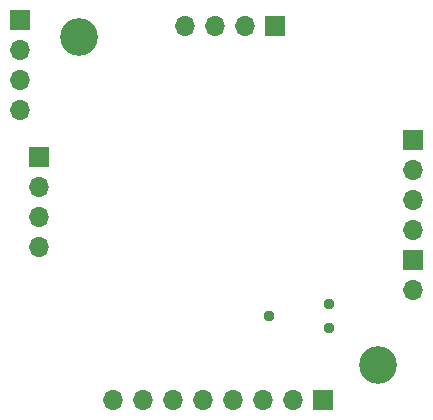
<source format=gbr>
%TF.GenerationSoftware,KiCad,Pcbnew,5.1.6-1.fc32*%
%TF.CreationDate,2020-08-28T03:42:22+01:00*%
%TF.ProjectId,ACNodeReader,41434e6f-6465-4526-9561-6465722e6b69,rev?*%
%TF.SameCoordinates,Original*%
%TF.FileFunction,Soldermask,Bot*%
%TF.FilePolarity,Negative*%
%FSLAX46Y46*%
G04 Gerber Fmt 4.6, Leading zero omitted, Abs format (unit mm)*
G04 Created by KiCad (PCBNEW 5.1.6-1.fc32) date 2020-08-28 03:42:22*
%MOMM*%
%LPD*%
G01*
G04 APERTURE LIST*
%ADD10O,1.700000X1.700000*%
%ADD11R,1.700000X1.700000*%
%ADD12C,3.200000*%
%ADD13C,0.949960*%
G04 APERTURE END LIST*
D10*
%TO.C,J7*%
X112522000Y-73660000D03*
X112522000Y-71120000D03*
X112522000Y-68580000D03*
D11*
X112522000Y-66040000D03*
%TD*%
D10*
%TO.C,J6*%
X114109500Y-85217000D03*
X114109500Y-82677000D03*
X114109500Y-80137000D03*
D11*
X114109500Y-77597000D03*
%TD*%
D10*
%TO.C,J5*%
X145732500Y-83820000D03*
X145732500Y-81280000D03*
X145732500Y-78740000D03*
D11*
X145732500Y-76200000D03*
%TD*%
D10*
%TO.C,J4*%
X145732500Y-88900000D03*
D11*
X145732500Y-86360000D03*
%TD*%
D10*
%TO.C,J1*%
X120396000Y-98200000D03*
X122936000Y-98200000D03*
X125476000Y-98200000D03*
X128016000Y-98200000D03*
X130556000Y-98200000D03*
X133096000Y-98200000D03*
X135636000Y-98200000D03*
D11*
X138176000Y-98200000D03*
%TD*%
D12*
%TO.C,H1*%
X117500000Y-67500000D03*
%TD*%
%TO.C,H2*%
X142800000Y-95200000D03*
%TD*%
D10*
%TO.C,J3*%
X126480000Y-66500000D03*
X129020000Y-66500000D03*
X131560000Y-66500000D03*
D11*
X134100000Y-66500000D03*
%TD*%
D13*
%TO.C,J2*%
X138620500Y-92138500D03*
X138620500Y-90106500D03*
X133540500Y-91122500D03*
%TD*%
M02*

</source>
